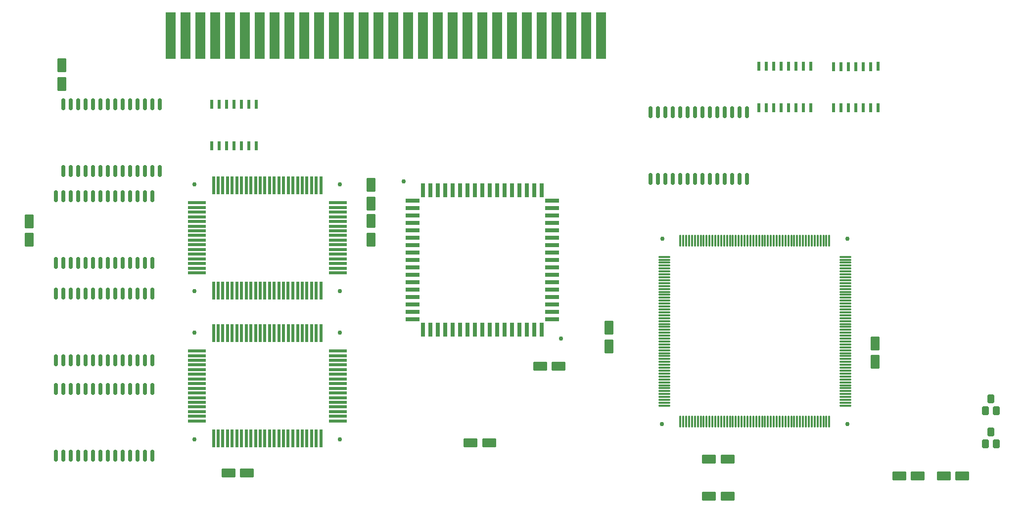
<source format=gtp>
G04 #@! TF.GenerationSoftware,KiCad,Pcbnew,7.0.2-0*
G04 #@! TF.CreationDate,2023-08-03T14:12:31+02:00*
G04 #@! TF.ProjectId,MegaCD,4d656761-4344-42e6-9b69-6361645f7063,rev?*
G04 #@! TF.SameCoordinates,Original*
G04 #@! TF.FileFunction,Paste,Top*
G04 #@! TF.FilePolarity,Positive*
%FSLAX46Y46*%
G04 Gerber Fmt 4.6, Leading zero omitted, Abs format (unit mm)*
G04 Created by KiCad (PCBNEW 7.0.2-0) date 2023-08-03 14:12:31*
%MOMM*%
%LPD*%
G01*
G04 APERTURE LIST*
G04 Aperture macros list*
%AMRoundRect*
0 Rectangle with rounded corners*
0 $1 Rounding radius*
0 $2 $3 $4 $5 $6 $7 $8 $9 X,Y pos of 4 corners*
0 Add a 4 corners polygon primitive as box body*
4,1,4,$2,$3,$4,$5,$6,$7,$8,$9,$2,$3,0*
0 Add four circle primitives for the rounded corners*
1,1,$1+$1,$2,$3*
1,1,$1+$1,$4,$5*
1,1,$1+$1,$6,$7*
1,1,$1+$1,$8,$9*
0 Add four rect primitives between the rounded corners*
20,1,$1+$1,$2,$3,$4,$5,0*
20,1,$1+$1,$4,$5,$6,$7,0*
20,1,$1+$1,$6,$7,$8,$9,0*
20,1,$1+$1,$8,$9,$2,$3,0*%
G04 Aperture macros list end*
%ADD10R,0.600000X1.500000*%
%ADD11RoundRect,0.250000X0.947000X0.550000X-0.947000X0.550000X-0.947000X-0.550000X0.947000X-0.550000X0*%
%ADD12RoundRect,0.150000X0.150000X-0.850000X0.150000X0.850000X-0.150000X0.850000X-0.150000X-0.850000X0*%
%ADD13RoundRect,0.250000X0.550000X-0.947000X0.550000X0.947000X-0.550000X0.947000X-0.550000X-0.947000X0*%
%ADD14C,0.750000*%
%ADD15R,0.500000X3.160000*%
%ADD16R,3.160000X0.500000*%
%ADD17RoundRect,0.300000X0.300000X-0.450000X0.300000X0.450000X-0.300000X0.450000X-0.300000X-0.450000X0*%
%ADD18R,1.778000X8.000000*%
%ADD19R,2.425000X0.700000*%
%ADD20R,0.700000X2.425000*%
%ADD21RoundRect,0.075000X0.075000X-0.912500X0.075000X0.912500X-0.075000X0.912500X-0.075000X-0.912500X0*%
%ADD22RoundRect,0.075000X0.912500X-0.075000X0.912500X0.075000X-0.912500X0.075000X-0.912500X-0.075000X0*%
G04 APERTURE END LIST*
D10*
X197231000Y-63220600D03*
X198501000Y-63220600D03*
X199771000Y-63220600D03*
X201041000Y-63220600D03*
X202311000Y-63220600D03*
X203581000Y-63220600D03*
X204851000Y-63220600D03*
X204851000Y-56114600D03*
X203581000Y-56120600D03*
X202311000Y-56120600D03*
X201041000Y-56120600D03*
X199771000Y-56120600D03*
X198501000Y-56120600D03*
X197231000Y-56120600D03*
D11*
X179093600Y-129717800D03*
X175899600Y-129717800D03*
D12*
X165938200Y-75361800D03*
X167208200Y-75361800D03*
X168478200Y-75361800D03*
X169748200Y-75361800D03*
X171018200Y-75361800D03*
X172288200Y-75361800D03*
X173558200Y-75361800D03*
X174828200Y-75361800D03*
X176098200Y-75361800D03*
X177368200Y-75361800D03*
X178638200Y-75361800D03*
X179908200Y-75361800D03*
X181178200Y-75361800D03*
X182448200Y-75361800D03*
X182448200Y-63931800D03*
X181178200Y-63931800D03*
X179908200Y-63931800D03*
X178638200Y-63931800D03*
X177368200Y-63931800D03*
X176098200Y-63931800D03*
X174828200Y-63931800D03*
X173558200Y-63931800D03*
X172288200Y-63931800D03*
X171018200Y-63931800D03*
X169748200Y-63931800D03*
X168478200Y-63931800D03*
X167208200Y-63931800D03*
X165938200Y-63931800D03*
D13*
X59563000Y-85820000D03*
X59563000Y-82626000D03*
D11*
X179141600Y-123367800D03*
X175947600Y-123367800D03*
X150212400Y-107467400D03*
X147018400Y-107467400D03*
X138301200Y-120624600D03*
X135107200Y-120624600D03*
D14*
X87877000Y-119993000D03*
X112769000Y-119991000D03*
X87877000Y-101705000D03*
X112769000Y-101703000D03*
D15*
X91123000Y-119866000D03*
X91923000Y-119866000D03*
X92723000Y-119866000D03*
X93523000Y-119866000D03*
X94323000Y-119866000D03*
X95123000Y-119866000D03*
X95923000Y-119866000D03*
X96723000Y-119866000D03*
X97523000Y-119866000D03*
X98323000Y-119866000D03*
X99123000Y-119866000D03*
X99923000Y-119866000D03*
X100723000Y-119866000D03*
X101523000Y-119866000D03*
X102323000Y-119866000D03*
X103123000Y-119866000D03*
X103903000Y-119866000D03*
X104723000Y-119866000D03*
X105523000Y-119866000D03*
X106323000Y-119866000D03*
X107123000Y-119866000D03*
X107923000Y-119866000D03*
X108723000Y-119866000D03*
X109523000Y-119866000D03*
D16*
X112388000Y-116849000D03*
X112388000Y-116049000D03*
X112388000Y-115249000D03*
X112388000Y-114449000D03*
X112388000Y-113649000D03*
X112388000Y-112849000D03*
X112388000Y-112049000D03*
X112388000Y-111249000D03*
X112388000Y-110449000D03*
X112388000Y-109649000D03*
X112388000Y-108849000D03*
X112388000Y-108049000D03*
X112388000Y-107249000D03*
X112388000Y-106449000D03*
X112388000Y-105649000D03*
X112388000Y-104849000D03*
D15*
X109523000Y-101832000D03*
X108723000Y-101832000D03*
X107923000Y-101832000D03*
X107123000Y-101832000D03*
X106323000Y-101832000D03*
X105523000Y-101832000D03*
X104723000Y-101832000D03*
X103923000Y-101832000D03*
X103123000Y-101832000D03*
X102323000Y-101832000D03*
X101523000Y-101832000D03*
X100723000Y-101832000D03*
X99923000Y-101832000D03*
X99123000Y-101832000D03*
X98323000Y-101832000D03*
X97523000Y-101832000D03*
X96723000Y-101832000D03*
X95923000Y-101832000D03*
X95123000Y-101832000D03*
X94323000Y-101832000D03*
X93523000Y-101832000D03*
X92723000Y-101832000D03*
X91923000Y-101832000D03*
X91123000Y-101832000D03*
D16*
X88258000Y-104849000D03*
X88258000Y-105649000D03*
X88258000Y-106449000D03*
X88258000Y-107249000D03*
X88258000Y-108049000D03*
X88258000Y-108849000D03*
X88258000Y-109649000D03*
X88258000Y-110449000D03*
X88258000Y-111249000D03*
X88258000Y-112049000D03*
X88258000Y-112849000D03*
X88258000Y-113649000D03*
X88258000Y-114449000D03*
X88258000Y-115249000D03*
X88258000Y-116049000D03*
X88258000Y-116849000D03*
D13*
X65151000Y-59128000D03*
X65151000Y-55934000D03*
D10*
X90830400Y-69717000D03*
X92100400Y-69717000D03*
X93370400Y-69717000D03*
X94640400Y-69717000D03*
X95910400Y-69717000D03*
X97180400Y-69717000D03*
X98450400Y-69717000D03*
X98450400Y-62611000D03*
X97180400Y-62617000D03*
X95910400Y-62617000D03*
X94640400Y-62617000D03*
X93370400Y-62617000D03*
X92100400Y-62617000D03*
X90830400Y-62617000D03*
D17*
X223205000Y-115062000D03*
X225105000Y-115062000D03*
X224155000Y-113030000D03*
D12*
X64135000Y-122809000D03*
X65405000Y-122809000D03*
X66675000Y-122809000D03*
X67945000Y-122809000D03*
X69215000Y-122809000D03*
X70485000Y-122809000D03*
X71755000Y-122809000D03*
X73025000Y-122809000D03*
X74295000Y-122809000D03*
X75565000Y-122809000D03*
X76835000Y-122809000D03*
X78105000Y-122809000D03*
X79375000Y-122809000D03*
X80645000Y-122809000D03*
X80645000Y-111379000D03*
X79375000Y-111379000D03*
X78105000Y-111379000D03*
X76835000Y-111379000D03*
X75565000Y-111379000D03*
X74295000Y-111379000D03*
X73025000Y-111379000D03*
X71755000Y-111379000D03*
X70485000Y-111379000D03*
X69215000Y-111379000D03*
X67945000Y-111379000D03*
X66675000Y-111379000D03*
X65405000Y-111379000D03*
X64135000Y-111379000D03*
X65405000Y-74041000D03*
X66675000Y-74041000D03*
X67945000Y-74041000D03*
X69215000Y-74041000D03*
X70485000Y-74041000D03*
X71755000Y-74041000D03*
X73025000Y-74041000D03*
X74295000Y-74041000D03*
X75565000Y-74041000D03*
X76835000Y-74041000D03*
X78105000Y-74041000D03*
X79375000Y-74041000D03*
X80645000Y-74041000D03*
X81915000Y-74041000D03*
X81915000Y-62611000D03*
X80645000Y-62611000D03*
X79375000Y-62611000D03*
X78105000Y-62611000D03*
X76835000Y-62611000D03*
X75565000Y-62611000D03*
X74295000Y-62611000D03*
X73025000Y-62611000D03*
X71755000Y-62611000D03*
X70485000Y-62611000D03*
X69215000Y-62611000D03*
X67945000Y-62611000D03*
X66675000Y-62611000D03*
X65405000Y-62611000D03*
X64135000Y-106426000D03*
X65405000Y-106426000D03*
X66675000Y-106426000D03*
X67945000Y-106426000D03*
X69215000Y-106426000D03*
X70485000Y-106426000D03*
X71755000Y-106426000D03*
X73025000Y-106426000D03*
X74295000Y-106426000D03*
X75565000Y-106426000D03*
X76835000Y-106426000D03*
X78105000Y-106426000D03*
X79375000Y-106426000D03*
X80645000Y-106426000D03*
X80645000Y-94996000D03*
X79375000Y-94996000D03*
X78105000Y-94996000D03*
X76835000Y-94996000D03*
X75565000Y-94996000D03*
X74295000Y-94996000D03*
X73025000Y-94996000D03*
X71755000Y-94996000D03*
X70485000Y-94996000D03*
X69215000Y-94996000D03*
X67945000Y-94996000D03*
X66675000Y-94996000D03*
X65405000Y-94996000D03*
X64135000Y-94996000D03*
D18*
X157480000Y-50800000D03*
X154940000Y-50800000D03*
X152400000Y-50800000D03*
X149860000Y-50800000D03*
X147320000Y-50800000D03*
X144780000Y-50800000D03*
X142240000Y-50800000D03*
X139700000Y-50800000D03*
X137160000Y-50800000D03*
X134620000Y-50800000D03*
X132080000Y-50800000D03*
X129540000Y-50800000D03*
X127000000Y-50800000D03*
X124460000Y-50800000D03*
X121920000Y-50800000D03*
X119380000Y-50800000D03*
X116840000Y-50800000D03*
X114300000Y-50800000D03*
X111760000Y-50800000D03*
X109220000Y-50800000D03*
X106680000Y-50800000D03*
X104140000Y-50800000D03*
X101600000Y-50800000D03*
X99060000Y-50800000D03*
X96520000Y-50800000D03*
X93980000Y-50800000D03*
X91440000Y-50800000D03*
X88900000Y-50800000D03*
X86360000Y-50800000D03*
X83820000Y-50800000D03*
D10*
X184429400Y-63208600D03*
X185699400Y-63208600D03*
X186969400Y-63208600D03*
X188239400Y-63208600D03*
X189509400Y-63208600D03*
X190779400Y-63208600D03*
X192049400Y-63208600D03*
X193319400Y-63208600D03*
X193319400Y-56108600D03*
X192049400Y-56108600D03*
X190779400Y-56108600D03*
X189509400Y-56108600D03*
X188239400Y-56108600D03*
X186969400Y-56108600D03*
X185699400Y-56108600D03*
X184429400Y-56108600D03*
D17*
X223205000Y-120777000D03*
X225105000Y-120777000D03*
X224155000Y-118745000D03*
D13*
X158826200Y-104086000D03*
X158826200Y-100892000D03*
X204393800Y-106727600D03*
X204393800Y-103533600D03*
X118110000Y-85774000D03*
X118110000Y-82580000D03*
D11*
X96871000Y-125730000D03*
X93677000Y-125730000D03*
X211679000Y-126238000D03*
X208485000Y-126238000D03*
D14*
X87877000Y-94615000D03*
X112769000Y-94613000D03*
X87877000Y-76327000D03*
X112769000Y-76325000D03*
D15*
X91123000Y-94488000D03*
X91923000Y-94488000D03*
X92723000Y-94488000D03*
X93523000Y-94488000D03*
X94323000Y-94488000D03*
X95123000Y-94488000D03*
X95923000Y-94488000D03*
X96723000Y-94488000D03*
X97523000Y-94488000D03*
X98323000Y-94488000D03*
X99123000Y-94488000D03*
X99923000Y-94488000D03*
X100723000Y-94488000D03*
X101523000Y-94488000D03*
X102323000Y-94488000D03*
X103123000Y-94488000D03*
X103903000Y-94488000D03*
X104723000Y-94488000D03*
X105523000Y-94488000D03*
X106323000Y-94488000D03*
X107123000Y-94488000D03*
X107923000Y-94488000D03*
X108723000Y-94488000D03*
X109523000Y-94488000D03*
D16*
X112388000Y-91471000D03*
X112388000Y-90671000D03*
X112388000Y-89871000D03*
X112388000Y-89071000D03*
X112388000Y-88271000D03*
X112388000Y-87471000D03*
X112388000Y-86671000D03*
X112388000Y-85871000D03*
X112388000Y-85071000D03*
X112388000Y-84271000D03*
X112388000Y-83471000D03*
X112388000Y-82671000D03*
X112388000Y-81871000D03*
X112388000Y-81071000D03*
X112388000Y-80271000D03*
X112388000Y-79471000D03*
D15*
X109523000Y-76454000D03*
X108723000Y-76454000D03*
X107923000Y-76454000D03*
X107123000Y-76454000D03*
X106323000Y-76454000D03*
X105523000Y-76454000D03*
X104723000Y-76454000D03*
X103923000Y-76454000D03*
X103123000Y-76454000D03*
X102323000Y-76454000D03*
X101523000Y-76454000D03*
X100723000Y-76454000D03*
X99923000Y-76454000D03*
X99123000Y-76454000D03*
X98323000Y-76454000D03*
X97523000Y-76454000D03*
X96723000Y-76454000D03*
X95923000Y-76454000D03*
X95123000Y-76454000D03*
X94323000Y-76454000D03*
X93523000Y-76454000D03*
X92723000Y-76454000D03*
X91923000Y-76454000D03*
X91123000Y-76454000D03*
D16*
X88258000Y-79471000D03*
X88258000Y-80271000D03*
X88258000Y-81071000D03*
X88258000Y-81871000D03*
X88258000Y-82671000D03*
X88258000Y-83471000D03*
X88258000Y-84271000D03*
X88258000Y-85071000D03*
X88258000Y-85871000D03*
X88258000Y-86671000D03*
X88258000Y-87471000D03*
X88258000Y-88271000D03*
X88258000Y-89071000D03*
X88258000Y-89871000D03*
X88258000Y-90671000D03*
X88258000Y-91471000D03*
D19*
X125222000Y-88011000D03*
X125222000Y-86741000D03*
X125222000Y-85471000D03*
X125222000Y-84201000D03*
X125222000Y-82931000D03*
X125222000Y-81661000D03*
X125222000Y-80391000D03*
X125222000Y-79121000D03*
D20*
X127000000Y-77343000D03*
X128270000Y-77343000D03*
X129540000Y-77343000D03*
X130810000Y-77343000D03*
X132080000Y-77343000D03*
X133350000Y-77343000D03*
X134620000Y-77343000D03*
X135890000Y-77343000D03*
X137160000Y-77343000D03*
X138430000Y-77343000D03*
X139700000Y-77343000D03*
X140970000Y-77343000D03*
X142240000Y-77343000D03*
X143510000Y-77343000D03*
X144780000Y-77343000D03*
X146050000Y-77343000D03*
X147320000Y-77343000D03*
D19*
X149098000Y-79121000D03*
X149098000Y-80391000D03*
X149098000Y-81661000D03*
X149098000Y-82931000D03*
X149098000Y-84201000D03*
X149098000Y-85471000D03*
X149098000Y-86741000D03*
X149098000Y-88011000D03*
X149098000Y-89281000D03*
X149098000Y-90551000D03*
X149098000Y-91821000D03*
X149098000Y-93091000D03*
X149098000Y-94361000D03*
X149098000Y-95631000D03*
X149098000Y-96901000D03*
X149098000Y-98171000D03*
X149098000Y-99441000D03*
D20*
X147320000Y-101219000D03*
X146050000Y-101219000D03*
X144780000Y-101219000D03*
X143510000Y-101219000D03*
X142240000Y-101219000D03*
X140970000Y-101219000D03*
X139700000Y-101219000D03*
X138430000Y-101219000D03*
X137160000Y-101219000D03*
X135890000Y-101219000D03*
X134620000Y-101219000D03*
X133350000Y-101219000D03*
X132080000Y-101219000D03*
X130810000Y-101219000D03*
X129540000Y-101219000D03*
X128270000Y-101219000D03*
X127000000Y-101219000D03*
D19*
X125222000Y-99441000D03*
X125222000Y-98171000D03*
X125222000Y-96901000D03*
X125222000Y-95631000D03*
X125222000Y-94361000D03*
X125222000Y-93091000D03*
X125222000Y-91821000D03*
X125222000Y-90551000D03*
X125222000Y-89281000D03*
D14*
X123698000Y-75819000D03*
X150622000Y-102743000D03*
D11*
X219297000Y-126238000D03*
X216103000Y-126238000D03*
D13*
X118110000Y-79575000D03*
X118110000Y-76381000D03*
D14*
X167895400Y-117351400D03*
X199645400Y-117351400D03*
X167919400Y-85623400D03*
X199645400Y-85623400D03*
D21*
X171020400Y-116976400D03*
X171520400Y-116976400D03*
X172020400Y-116976400D03*
X172520400Y-116976400D03*
X173020400Y-116976400D03*
X173520400Y-116976400D03*
X174020400Y-116976400D03*
X174520400Y-116976400D03*
X175020400Y-116976400D03*
X175520400Y-116976400D03*
X176020400Y-116976400D03*
X176520400Y-116976400D03*
X177020400Y-116976400D03*
X177520400Y-116976400D03*
X178020400Y-116976400D03*
X178520400Y-116976400D03*
X179020400Y-116976400D03*
X179520400Y-116976400D03*
X180020400Y-116976400D03*
X180520400Y-116976400D03*
X181020400Y-116976400D03*
X181520400Y-116976400D03*
X182020400Y-116976400D03*
X182520400Y-116976400D03*
X183020400Y-116976400D03*
X183520400Y-116976400D03*
X184020400Y-116976400D03*
X184520400Y-116976400D03*
X185020400Y-116976400D03*
X185520400Y-116976400D03*
X186020400Y-116976400D03*
X186520400Y-116976400D03*
X187020400Y-116976400D03*
X187520400Y-116976400D03*
X188020400Y-116976400D03*
X188520400Y-116976400D03*
X189020400Y-116976400D03*
X189520400Y-116976400D03*
X190020400Y-116976400D03*
X190520400Y-116976400D03*
X191020400Y-116976400D03*
X191520400Y-116976400D03*
X192020400Y-116976400D03*
X192520400Y-116976400D03*
X193020400Y-116976400D03*
X193520400Y-116976400D03*
X194020400Y-116976400D03*
X194520400Y-116976400D03*
X195020400Y-116976400D03*
X195520400Y-116976400D03*
X196020400Y-116976400D03*
X196520400Y-116976400D03*
D22*
X199270400Y-114226400D03*
X199270400Y-113726400D03*
X199270400Y-113226400D03*
X199270400Y-112726400D03*
X199270400Y-112226400D03*
X199270400Y-111726400D03*
X199270400Y-111226400D03*
X199270400Y-110726400D03*
X199270400Y-110226400D03*
X199270400Y-109726400D03*
X199270400Y-109226400D03*
X199270400Y-108726400D03*
X199270400Y-108226400D03*
X199270400Y-107726400D03*
X199270400Y-107226400D03*
X199270400Y-106726400D03*
X199270400Y-106226400D03*
X199270400Y-105726400D03*
X199270400Y-105226400D03*
X199270400Y-104726400D03*
X199270400Y-104226400D03*
X199270400Y-103726400D03*
X199270400Y-103226400D03*
X199270400Y-102726400D03*
X199270400Y-102226400D03*
X199270400Y-101726400D03*
X199270400Y-101226400D03*
X199270400Y-100726400D03*
X199270400Y-100226400D03*
X199270400Y-99726400D03*
X199270400Y-99226400D03*
X199270400Y-98726400D03*
X199270400Y-98226400D03*
X199270400Y-97726400D03*
X199270400Y-97226400D03*
X199270400Y-96726400D03*
X199270400Y-96226400D03*
X199270400Y-95726400D03*
X199270400Y-95226400D03*
X199270400Y-94726400D03*
X199270400Y-94226400D03*
X199270400Y-93726400D03*
X199270400Y-93226400D03*
X199270400Y-92726400D03*
X199270400Y-92226400D03*
X199270400Y-91726400D03*
X199270400Y-91226400D03*
X199270400Y-90726400D03*
X199270400Y-90226400D03*
X199270400Y-89726400D03*
X199270400Y-89226400D03*
X199270400Y-88726400D03*
D21*
X196520400Y-85976400D03*
X196020400Y-85976400D03*
X195520400Y-85976400D03*
X195020400Y-85976400D03*
X194520400Y-85976400D03*
X194020400Y-85976400D03*
X193520400Y-85976400D03*
X193020400Y-85976400D03*
X192520400Y-85976400D03*
X192020400Y-85976400D03*
X191520400Y-85976400D03*
X191020400Y-85976400D03*
X190520400Y-85976400D03*
X190020400Y-85976400D03*
X189520400Y-85976400D03*
X189020400Y-85976400D03*
X188520400Y-85976400D03*
X188020400Y-85976400D03*
X187520400Y-85976400D03*
X187020400Y-85976400D03*
X186520400Y-85976400D03*
X186020400Y-85976400D03*
X185520400Y-85976400D03*
X185020400Y-85976400D03*
X184520400Y-85976400D03*
X184020400Y-85976400D03*
X183520400Y-85976400D03*
X183020400Y-85976400D03*
X182520400Y-85976400D03*
X182020400Y-85976400D03*
X181520400Y-85976400D03*
X181020400Y-85976400D03*
X180520400Y-85976400D03*
X180020400Y-85976400D03*
X179520400Y-85976400D03*
X179020400Y-85976400D03*
X178520400Y-85976400D03*
X178020400Y-85976400D03*
X177520400Y-85976400D03*
X177020400Y-85976400D03*
X176520400Y-85976400D03*
X176020400Y-85976400D03*
X175520400Y-85976400D03*
X175020400Y-85976400D03*
X174520400Y-85976400D03*
X174020400Y-85976400D03*
X173520400Y-85976400D03*
X173020400Y-85976400D03*
X172520400Y-85976400D03*
X172020400Y-85976400D03*
X171520400Y-85976400D03*
X171020400Y-85976400D03*
D22*
X168270400Y-88726400D03*
X168270400Y-89226400D03*
X168270400Y-89726400D03*
X168270400Y-90226400D03*
X168270400Y-90726400D03*
X168270400Y-91226400D03*
X168270400Y-91726400D03*
X168270400Y-92226400D03*
X168270400Y-92726400D03*
X168270400Y-93226400D03*
X168270400Y-93726400D03*
X168270400Y-94226400D03*
X168270400Y-94726400D03*
X168270400Y-95226400D03*
X168270400Y-95726400D03*
X168270400Y-96226400D03*
X168270400Y-96726400D03*
X168270400Y-97226400D03*
X168270400Y-97726400D03*
X168270400Y-98226400D03*
X168270400Y-98726400D03*
X168270400Y-99226400D03*
X168270400Y-99726400D03*
X168270400Y-100226400D03*
X168270400Y-100726400D03*
X168270400Y-101226400D03*
X168270400Y-101726400D03*
X168270400Y-102226400D03*
X168270400Y-102726400D03*
X168270400Y-103226400D03*
X168270400Y-103726400D03*
X168270400Y-104226400D03*
X168270400Y-104726400D03*
X168270400Y-105226400D03*
X168270400Y-105726400D03*
X168270400Y-106226400D03*
X168270400Y-106726400D03*
X168270400Y-107226400D03*
X168270400Y-107726400D03*
X168270400Y-108226400D03*
X168270400Y-108726400D03*
X168270400Y-109226400D03*
X168270400Y-109726400D03*
X168270400Y-110226400D03*
X168270400Y-110726400D03*
X168270400Y-111226400D03*
X168270400Y-111726400D03*
X168270400Y-112226400D03*
X168270400Y-112726400D03*
X168270400Y-113226400D03*
X168270400Y-113726400D03*
X168270400Y-114226400D03*
D12*
X64135000Y-89789000D03*
X65405000Y-89789000D03*
X66675000Y-89789000D03*
X67945000Y-89789000D03*
X69215000Y-89789000D03*
X70485000Y-89789000D03*
X71755000Y-89789000D03*
X73025000Y-89789000D03*
X74295000Y-89789000D03*
X75565000Y-89789000D03*
X76835000Y-89789000D03*
X78105000Y-89789000D03*
X79375000Y-89789000D03*
X80645000Y-89789000D03*
X80645000Y-78359000D03*
X79375000Y-78359000D03*
X78105000Y-78359000D03*
X76835000Y-78359000D03*
X75565000Y-78359000D03*
X74295000Y-78359000D03*
X73025000Y-78359000D03*
X71755000Y-78359000D03*
X70485000Y-78359000D03*
X69215000Y-78359000D03*
X67945000Y-78359000D03*
X66675000Y-78359000D03*
X65405000Y-78359000D03*
X64135000Y-78359000D03*
M02*

</source>
